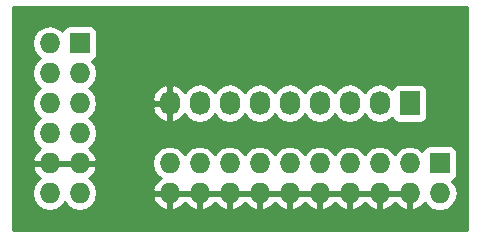
<source format=gbr>
G04 #@! TF.FileFunction,Copper,L2,Bot,Signal*
%FSLAX46Y46*%
G04 Gerber Fmt 4.6, Leading zero omitted, Abs format (unit mm)*
G04 Created by KiCad (PCBNEW 0.201512211246+6391~39~ubuntu15.04.1-stable) date Do 31 Dez 2015 10:57:25 CET*
%MOMM*%
G01*
G04 APERTURE LIST*
%ADD10C,0.100000*%
%ADD11R,1.727200X1.727200*%
%ADD12O,1.727200X1.727200*%
%ADD13R,1.727200X2.032000*%
%ADD14O,1.727200X2.032000*%
%ADD15C,0.254000*%
G04 APERTURE END LIST*
D10*
D11*
X165100000Y-110490000D03*
D12*
X165100000Y-113030000D03*
X162560000Y-110490000D03*
X162560000Y-113030000D03*
X160020000Y-110490000D03*
X160020000Y-113030000D03*
X157480000Y-110490000D03*
X157480000Y-113030000D03*
X154940000Y-110490000D03*
X154940000Y-113030000D03*
X152400000Y-110490000D03*
X152400000Y-113030000D03*
X149860000Y-110490000D03*
X149860000Y-113030000D03*
X147320000Y-110490000D03*
X147320000Y-113030000D03*
X144780000Y-110490000D03*
X144780000Y-113030000D03*
X142240000Y-110490000D03*
X142240000Y-113030000D03*
D13*
X162560000Y-105410000D03*
D14*
X160020000Y-105410000D03*
X157480000Y-105410000D03*
X154940000Y-105410000D03*
X152400000Y-105410000D03*
X149860000Y-105410000D03*
X147320000Y-105410000D03*
X144780000Y-105410000D03*
X142240000Y-105410000D03*
D11*
X134620000Y-100330000D03*
D12*
X132080000Y-100330000D03*
X134620000Y-102870000D03*
X132080000Y-102870000D03*
X134620000Y-105410000D03*
X132080000Y-105410000D03*
X134620000Y-107950000D03*
X132080000Y-107950000D03*
X134620000Y-110490000D03*
X132080000Y-110490000D03*
X134620000Y-113030000D03*
X132080000Y-113030000D03*
D15*
G36*
X167438000Y-116130000D02*
X128980000Y-116130000D01*
X128980000Y-113000641D01*
X130581400Y-113000641D01*
X130581400Y-113059359D01*
X130695474Y-113632848D01*
X131020330Y-114119029D01*
X131506511Y-114443885D01*
X132080000Y-114557959D01*
X132653489Y-114443885D01*
X133139670Y-114119029D01*
X133350000Y-113804248D01*
X133560330Y-114119029D01*
X134046511Y-114443885D01*
X134620000Y-114557959D01*
X135193489Y-114443885D01*
X135679670Y-114119029D01*
X136004526Y-113632848D01*
X136053025Y-113389026D01*
X140785042Y-113389026D01*
X140957312Y-113804947D01*
X141351510Y-114236821D01*
X141880973Y-114484968D01*
X142113000Y-114364469D01*
X142113000Y-113157000D01*
X142367000Y-113157000D01*
X142367000Y-114364469D01*
X142599027Y-114484968D01*
X143128490Y-114236821D01*
X143510000Y-113818848D01*
X143891510Y-114236821D01*
X144420973Y-114484968D01*
X144653000Y-114364469D01*
X144653000Y-113157000D01*
X144907000Y-113157000D01*
X144907000Y-114364469D01*
X145139027Y-114484968D01*
X145668490Y-114236821D01*
X146050000Y-113818848D01*
X146431510Y-114236821D01*
X146960973Y-114484968D01*
X147193000Y-114364469D01*
X147193000Y-113157000D01*
X147447000Y-113157000D01*
X147447000Y-114364469D01*
X147679027Y-114484968D01*
X148208490Y-114236821D01*
X148590000Y-113818848D01*
X148971510Y-114236821D01*
X149500973Y-114484968D01*
X149733000Y-114364469D01*
X149733000Y-113157000D01*
X149987000Y-113157000D01*
X149987000Y-114364469D01*
X150219027Y-114484968D01*
X150748490Y-114236821D01*
X151130000Y-113818848D01*
X151511510Y-114236821D01*
X152040973Y-114484968D01*
X152273000Y-114364469D01*
X152273000Y-113157000D01*
X152527000Y-113157000D01*
X152527000Y-114364469D01*
X152759027Y-114484968D01*
X153288490Y-114236821D01*
X153670000Y-113818848D01*
X154051510Y-114236821D01*
X154580973Y-114484968D01*
X154813000Y-114364469D01*
X154813000Y-113157000D01*
X155067000Y-113157000D01*
X155067000Y-114364469D01*
X155299027Y-114484968D01*
X155828490Y-114236821D01*
X156210000Y-113818848D01*
X156591510Y-114236821D01*
X157120973Y-114484968D01*
X157353000Y-114364469D01*
X157353000Y-113157000D01*
X157607000Y-113157000D01*
X157607000Y-114364469D01*
X157839027Y-114484968D01*
X158368490Y-114236821D01*
X158750000Y-113818848D01*
X159131510Y-114236821D01*
X159660973Y-114484968D01*
X159893000Y-114364469D01*
X159893000Y-113157000D01*
X160147000Y-113157000D01*
X160147000Y-114364469D01*
X160379027Y-114484968D01*
X160908490Y-114236821D01*
X161290000Y-113818848D01*
X161671510Y-114236821D01*
X162200973Y-114484968D01*
X162433000Y-114364469D01*
X162433000Y-113157000D01*
X160147000Y-113157000D01*
X159893000Y-113157000D01*
X157607000Y-113157000D01*
X157353000Y-113157000D01*
X155067000Y-113157000D01*
X154813000Y-113157000D01*
X152527000Y-113157000D01*
X152273000Y-113157000D01*
X149987000Y-113157000D01*
X149733000Y-113157000D01*
X147447000Y-113157000D01*
X147193000Y-113157000D01*
X144907000Y-113157000D01*
X144653000Y-113157000D01*
X142367000Y-113157000D01*
X142113000Y-113157000D01*
X140906183Y-113157000D01*
X140785042Y-113389026D01*
X136053025Y-113389026D01*
X136118600Y-113059359D01*
X136118600Y-113000641D01*
X136004526Y-112427152D01*
X135679670Y-111940971D01*
X135408839Y-111760008D01*
X135826821Y-111378490D01*
X136074968Y-110849027D01*
X135954469Y-110617000D01*
X134747000Y-110617000D01*
X134747000Y-110637000D01*
X134493000Y-110637000D01*
X134493000Y-110617000D01*
X132207000Y-110617000D01*
X132207000Y-110637000D01*
X131953000Y-110637000D01*
X131953000Y-110617000D01*
X130745531Y-110617000D01*
X130625032Y-110849027D01*
X130873179Y-111378490D01*
X131291161Y-111760008D01*
X131020330Y-111940971D01*
X130695474Y-112427152D01*
X130581400Y-113000641D01*
X128980000Y-113000641D01*
X128980000Y-110490000D01*
X140712041Y-110490000D01*
X140826115Y-111063489D01*
X141150971Y-111549670D01*
X141474228Y-111765664D01*
X141351510Y-111823179D01*
X140957312Y-112255053D01*
X140785042Y-112670974D01*
X140906183Y-112903000D01*
X142113000Y-112903000D01*
X142113000Y-112883000D01*
X142367000Y-112883000D01*
X142367000Y-112903000D01*
X144653000Y-112903000D01*
X144653000Y-112883000D01*
X144907000Y-112883000D01*
X144907000Y-112903000D01*
X147193000Y-112903000D01*
X147193000Y-112883000D01*
X147447000Y-112883000D01*
X147447000Y-112903000D01*
X149733000Y-112903000D01*
X149733000Y-112883000D01*
X149987000Y-112883000D01*
X149987000Y-112903000D01*
X152273000Y-112903000D01*
X152273000Y-112883000D01*
X152527000Y-112883000D01*
X152527000Y-112903000D01*
X154813000Y-112903000D01*
X154813000Y-112883000D01*
X155067000Y-112883000D01*
X155067000Y-112903000D01*
X157353000Y-112903000D01*
X157353000Y-112883000D01*
X157607000Y-112883000D01*
X157607000Y-112903000D01*
X159893000Y-112903000D01*
X159893000Y-112883000D01*
X160147000Y-112883000D01*
X160147000Y-112903000D01*
X162433000Y-112903000D01*
X162433000Y-112883000D01*
X162687000Y-112883000D01*
X162687000Y-112903000D01*
X162707000Y-112903000D01*
X162707000Y-113157000D01*
X162687000Y-113157000D01*
X162687000Y-114364469D01*
X162919027Y-114484968D01*
X163448490Y-114236821D01*
X163830008Y-113818839D01*
X164010971Y-114089670D01*
X164497152Y-114414526D01*
X165070641Y-114528600D01*
X165129359Y-114528600D01*
X165702848Y-114414526D01*
X166189029Y-114089670D01*
X166513885Y-113603489D01*
X166627959Y-113030000D01*
X166513885Y-112456511D01*
X166189029Y-111970330D01*
X166175358Y-111961195D01*
X166198917Y-111956762D01*
X166415041Y-111817690D01*
X166560031Y-111605490D01*
X166611040Y-111353600D01*
X166611040Y-109626400D01*
X166566762Y-109391083D01*
X166427690Y-109174959D01*
X166215490Y-109029969D01*
X165963600Y-108978960D01*
X164236400Y-108978960D01*
X164001083Y-109023238D01*
X163784959Y-109162310D01*
X163639969Y-109374510D01*
X163631092Y-109418345D01*
X163162848Y-109105474D01*
X162589359Y-108991400D01*
X162530641Y-108991400D01*
X161957152Y-109105474D01*
X161470971Y-109430330D01*
X161290000Y-109701172D01*
X161109029Y-109430330D01*
X160622848Y-109105474D01*
X160049359Y-108991400D01*
X159990641Y-108991400D01*
X159417152Y-109105474D01*
X158930971Y-109430330D01*
X158750000Y-109701172D01*
X158569029Y-109430330D01*
X158082848Y-109105474D01*
X157509359Y-108991400D01*
X157450641Y-108991400D01*
X156877152Y-109105474D01*
X156390971Y-109430330D01*
X156210000Y-109701172D01*
X156029029Y-109430330D01*
X155542848Y-109105474D01*
X154969359Y-108991400D01*
X154910641Y-108991400D01*
X154337152Y-109105474D01*
X153850971Y-109430330D01*
X153670000Y-109701172D01*
X153489029Y-109430330D01*
X153002848Y-109105474D01*
X152429359Y-108991400D01*
X152370641Y-108991400D01*
X151797152Y-109105474D01*
X151310971Y-109430330D01*
X151130000Y-109701172D01*
X150949029Y-109430330D01*
X150462848Y-109105474D01*
X149889359Y-108991400D01*
X149830641Y-108991400D01*
X149257152Y-109105474D01*
X148770971Y-109430330D01*
X148590000Y-109701172D01*
X148409029Y-109430330D01*
X147922848Y-109105474D01*
X147349359Y-108991400D01*
X147290641Y-108991400D01*
X146717152Y-109105474D01*
X146230971Y-109430330D01*
X146050000Y-109701172D01*
X145869029Y-109430330D01*
X145382848Y-109105474D01*
X144809359Y-108991400D01*
X144750641Y-108991400D01*
X144177152Y-109105474D01*
X143690971Y-109430330D01*
X143510000Y-109701172D01*
X143329029Y-109430330D01*
X142842848Y-109105474D01*
X142269359Y-108991400D01*
X142210641Y-108991400D01*
X141637152Y-109105474D01*
X141150971Y-109430330D01*
X140826115Y-109916511D01*
X140712041Y-110490000D01*
X128980000Y-110490000D01*
X128980000Y-100300641D01*
X130581400Y-100300641D01*
X130581400Y-100359359D01*
X130695474Y-100932848D01*
X131020330Y-101419029D01*
X131291172Y-101600000D01*
X131020330Y-101780971D01*
X130695474Y-102267152D01*
X130581400Y-102840641D01*
X130581400Y-102899359D01*
X130695474Y-103472848D01*
X131020330Y-103959029D01*
X131291172Y-104140000D01*
X131020330Y-104320971D01*
X130695474Y-104807152D01*
X130581400Y-105380641D01*
X130581400Y-105439359D01*
X130695474Y-106012848D01*
X131020330Y-106499029D01*
X131291172Y-106680000D01*
X131020330Y-106860971D01*
X130695474Y-107347152D01*
X130581400Y-107920641D01*
X130581400Y-107979359D01*
X130695474Y-108552848D01*
X131020330Y-109039029D01*
X131291161Y-109219992D01*
X130873179Y-109601510D01*
X130625032Y-110130973D01*
X130745531Y-110363000D01*
X131953000Y-110363000D01*
X131953000Y-110343000D01*
X132207000Y-110343000D01*
X132207000Y-110363000D01*
X134493000Y-110363000D01*
X134493000Y-110343000D01*
X134747000Y-110343000D01*
X134747000Y-110363000D01*
X135954469Y-110363000D01*
X136074968Y-110130973D01*
X135826821Y-109601510D01*
X135408839Y-109219992D01*
X135679670Y-109039029D01*
X136004526Y-108552848D01*
X136118600Y-107979359D01*
X136118600Y-107920641D01*
X136004526Y-107347152D01*
X135679670Y-106860971D01*
X135408828Y-106680000D01*
X135679670Y-106499029D01*
X136004526Y-106012848D01*
X136052450Y-105771913D01*
X140754816Y-105771913D01*
X140948046Y-106324320D01*
X141337964Y-106760732D01*
X141865209Y-107014709D01*
X141880974Y-107017358D01*
X142113000Y-106896217D01*
X142113000Y-105537000D01*
X140899076Y-105537000D01*
X140754816Y-105771913D01*
X136052450Y-105771913D01*
X136118600Y-105439359D01*
X136118600Y-105380641D01*
X136052451Y-105048087D01*
X140754816Y-105048087D01*
X140899076Y-105283000D01*
X142113000Y-105283000D01*
X142113000Y-103923783D01*
X142367000Y-103923783D01*
X142367000Y-105283000D01*
X142387000Y-105283000D01*
X142387000Y-105537000D01*
X142367000Y-105537000D01*
X142367000Y-106896217D01*
X142599026Y-107017358D01*
X142614791Y-107014709D01*
X143142036Y-106760732D01*
X143513539Y-106344931D01*
X143720330Y-106654415D01*
X144206511Y-106979271D01*
X144780000Y-107093345D01*
X145353489Y-106979271D01*
X145839670Y-106654415D01*
X146050000Y-106339634D01*
X146260330Y-106654415D01*
X146746511Y-106979271D01*
X147320000Y-107093345D01*
X147893489Y-106979271D01*
X148379670Y-106654415D01*
X148590000Y-106339634D01*
X148800330Y-106654415D01*
X149286511Y-106979271D01*
X149860000Y-107093345D01*
X150433489Y-106979271D01*
X150919670Y-106654415D01*
X151130000Y-106339634D01*
X151340330Y-106654415D01*
X151826511Y-106979271D01*
X152400000Y-107093345D01*
X152973489Y-106979271D01*
X153459670Y-106654415D01*
X153670000Y-106339634D01*
X153880330Y-106654415D01*
X154366511Y-106979271D01*
X154940000Y-107093345D01*
X155513489Y-106979271D01*
X155999670Y-106654415D01*
X156210000Y-106339634D01*
X156420330Y-106654415D01*
X156906511Y-106979271D01*
X157480000Y-107093345D01*
X158053489Y-106979271D01*
X158539670Y-106654415D01*
X158750000Y-106339634D01*
X158960330Y-106654415D01*
X159446511Y-106979271D01*
X160020000Y-107093345D01*
X160593489Y-106979271D01*
X161079670Y-106654415D01*
X161089243Y-106640087D01*
X161093238Y-106661317D01*
X161232310Y-106877441D01*
X161444510Y-107022431D01*
X161696400Y-107073440D01*
X163423600Y-107073440D01*
X163658917Y-107029162D01*
X163875041Y-106890090D01*
X164020031Y-106677890D01*
X164071040Y-106426000D01*
X164071040Y-104394000D01*
X164026762Y-104158683D01*
X163887690Y-103942559D01*
X163675490Y-103797569D01*
X163423600Y-103746560D01*
X161696400Y-103746560D01*
X161461083Y-103790838D01*
X161244959Y-103929910D01*
X161099969Y-104142110D01*
X161091600Y-104183439D01*
X161079670Y-104165585D01*
X160593489Y-103840729D01*
X160020000Y-103726655D01*
X159446511Y-103840729D01*
X158960330Y-104165585D01*
X158750000Y-104480366D01*
X158539670Y-104165585D01*
X158053489Y-103840729D01*
X157480000Y-103726655D01*
X156906511Y-103840729D01*
X156420330Y-104165585D01*
X156210000Y-104480366D01*
X155999670Y-104165585D01*
X155513489Y-103840729D01*
X154940000Y-103726655D01*
X154366511Y-103840729D01*
X153880330Y-104165585D01*
X153670000Y-104480366D01*
X153459670Y-104165585D01*
X152973489Y-103840729D01*
X152400000Y-103726655D01*
X151826511Y-103840729D01*
X151340330Y-104165585D01*
X151130000Y-104480366D01*
X150919670Y-104165585D01*
X150433489Y-103840729D01*
X149860000Y-103726655D01*
X149286511Y-103840729D01*
X148800330Y-104165585D01*
X148590000Y-104480366D01*
X148379670Y-104165585D01*
X147893489Y-103840729D01*
X147320000Y-103726655D01*
X146746511Y-103840729D01*
X146260330Y-104165585D01*
X146050000Y-104480366D01*
X145839670Y-104165585D01*
X145353489Y-103840729D01*
X144780000Y-103726655D01*
X144206511Y-103840729D01*
X143720330Y-104165585D01*
X143513539Y-104475069D01*
X143142036Y-104059268D01*
X142614791Y-103805291D01*
X142599026Y-103802642D01*
X142367000Y-103923783D01*
X142113000Y-103923783D01*
X141880974Y-103802642D01*
X141865209Y-103805291D01*
X141337964Y-104059268D01*
X140948046Y-104495680D01*
X140754816Y-105048087D01*
X136052451Y-105048087D01*
X136004526Y-104807152D01*
X135679670Y-104320971D01*
X135408828Y-104140000D01*
X135679670Y-103959029D01*
X136004526Y-103472848D01*
X136118600Y-102899359D01*
X136118600Y-102840641D01*
X136004526Y-102267152D01*
X135693426Y-101801558D01*
X135718917Y-101796762D01*
X135935041Y-101657690D01*
X136080031Y-101445490D01*
X136131040Y-101193600D01*
X136131040Y-99466400D01*
X136086762Y-99231083D01*
X135947690Y-99014959D01*
X135735490Y-98869969D01*
X135483600Y-98818960D01*
X133756400Y-98818960D01*
X133521083Y-98863238D01*
X133304959Y-99002310D01*
X133159969Y-99214510D01*
X133151136Y-99258131D01*
X133139670Y-99240971D01*
X132653489Y-98916115D01*
X132080000Y-98802041D01*
X131506511Y-98916115D01*
X131020330Y-99240971D01*
X130695474Y-99727152D01*
X130581400Y-100300641D01*
X128980000Y-100300641D01*
X128980000Y-97230000D01*
X167438000Y-97230000D01*
X167438000Y-116130000D01*
X167438000Y-116130000D01*
G37*
X167438000Y-116130000D02*
X128980000Y-116130000D01*
X128980000Y-113000641D01*
X130581400Y-113000641D01*
X130581400Y-113059359D01*
X130695474Y-113632848D01*
X131020330Y-114119029D01*
X131506511Y-114443885D01*
X132080000Y-114557959D01*
X132653489Y-114443885D01*
X133139670Y-114119029D01*
X133350000Y-113804248D01*
X133560330Y-114119029D01*
X134046511Y-114443885D01*
X134620000Y-114557959D01*
X135193489Y-114443885D01*
X135679670Y-114119029D01*
X136004526Y-113632848D01*
X136053025Y-113389026D01*
X140785042Y-113389026D01*
X140957312Y-113804947D01*
X141351510Y-114236821D01*
X141880973Y-114484968D01*
X142113000Y-114364469D01*
X142113000Y-113157000D01*
X142367000Y-113157000D01*
X142367000Y-114364469D01*
X142599027Y-114484968D01*
X143128490Y-114236821D01*
X143510000Y-113818848D01*
X143891510Y-114236821D01*
X144420973Y-114484968D01*
X144653000Y-114364469D01*
X144653000Y-113157000D01*
X144907000Y-113157000D01*
X144907000Y-114364469D01*
X145139027Y-114484968D01*
X145668490Y-114236821D01*
X146050000Y-113818848D01*
X146431510Y-114236821D01*
X146960973Y-114484968D01*
X147193000Y-114364469D01*
X147193000Y-113157000D01*
X147447000Y-113157000D01*
X147447000Y-114364469D01*
X147679027Y-114484968D01*
X148208490Y-114236821D01*
X148590000Y-113818848D01*
X148971510Y-114236821D01*
X149500973Y-114484968D01*
X149733000Y-114364469D01*
X149733000Y-113157000D01*
X149987000Y-113157000D01*
X149987000Y-114364469D01*
X150219027Y-114484968D01*
X150748490Y-114236821D01*
X151130000Y-113818848D01*
X151511510Y-114236821D01*
X152040973Y-114484968D01*
X152273000Y-114364469D01*
X152273000Y-113157000D01*
X152527000Y-113157000D01*
X152527000Y-114364469D01*
X152759027Y-114484968D01*
X153288490Y-114236821D01*
X153670000Y-113818848D01*
X154051510Y-114236821D01*
X154580973Y-114484968D01*
X154813000Y-114364469D01*
X154813000Y-113157000D01*
X155067000Y-113157000D01*
X155067000Y-114364469D01*
X155299027Y-114484968D01*
X155828490Y-114236821D01*
X156210000Y-113818848D01*
X156591510Y-114236821D01*
X157120973Y-114484968D01*
X157353000Y-114364469D01*
X157353000Y-113157000D01*
X157607000Y-113157000D01*
X157607000Y-114364469D01*
X157839027Y-114484968D01*
X158368490Y-114236821D01*
X158750000Y-113818848D01*
X159131510Y-114236821D01*
X159660973Y-114484968D01*
X159893000Y-114364469D01*
X159893000Y-113157000D01*
X160147000Y-113157000D01*
X160147000Y-114364469D01*
X160379027Y-114484968D01*
X160908490Y-114236821D01*
X161290000Y-113818848D01*
X161671510Y-114236821D01*
X162200973Y-114484968D01*
X162433000Y-114364469D01*
X162433000Y-113157000D01*
X160147000Y-113157000D01*
X159893000Y-113157000D01*
X157607000Y-113157000D01*
X157353000Y-113157000D01*
X155067000Y-113157000D01*
X154813000Y-113157000D01*
X152527000Y-113157000D01*
X152273000Y-113157000D01*
X149987000Y-113157000D01*
X149733000Y-113157000D01*
X147447000Y-113157000D01*
X147193000Y-113157000D01*
X144907000Y-113157000D01*
X144653000Y-113157000D01*
X142367000Y-113157000D01*
X142113000Y-113157000D01*
X140906183Y-113157000D01*
X140785042Y-113389026D01*
X136053025Y-113389026D01*
X136118600Y-113059359D01*
X136118600Y-113000641D01*
X136004526Y-112427152D01*
X135679670Y-111940971D01*
X135408839Y-111760008D01*
X135826821Y-111378490D01*
X136074968Y-110849027D01*
X135954469Y-110617000D01*
X134747000Y-110617000D01*
X134747000Y-110637000D01*
X134493000Y-110637000D01*
X134493000Y-110617000D01*
X132207000Y-110617000D01*
X132207000Y-110637000D01*
X131953000Y-110637000D01*
X131953000Y-110617000D01*
X130745531Y-110617000D01*
X130625032Y-110849027D01*
X130873179Y-111378490D01*
X131291161Y-111760008D01*
X131020330Y-111940971D01*
X130695474Y-112427152D01*
X130581400Y-113000641D01*
X128980000Y-113000641D01*
X128980000Y-110490000D01*
X140712041Y-110490000D01*
X140826115Y-111063489D01*
X141150971Y-111549670D01*
X141474228Y-111765664D01*
X141351510Y-111823179D01*
X140957312Y-112255053D01*
X140785042Y-112670974D01*
X140906183Y-112903000D01*
X142113000Y-112903000D01*
X142113000Y-112883000D01*
X142367000Y-112883000D01*
X142367000Y-112903000D01*
X144653000Y-112903000D01*
X144653000Y-112883000D01*
X144907000Y-112883000D01*
X144907000Y-112903000D01*
X147193000Y-112903000D01*
X147193000Y-112883000D01*
X147447000Y-112883000D01*
X147447000Y-112903000D01*
X149733000Y-112903000D01*
X149733000Y-112883000D01*
X149987000Y-112883000D01*
X149987000Y-112903000D01*
X152273000Y-112903000D01*
X152273000Y-112883000D01*
X152527000Y-112883000D01*
X152527000Y-112903000D01*
X154813000Y-112903000D01*
X154813000Y-112883000D01*
X155067000Y-112883000D01*
X155067000Y-112903000D01*
X157353000Y-112903000D01*
X157353000Y-112883000D01*
X157607000Y-112883000D01*
X157607000Y-112903000D01*
X159893000Y-112903000D01*
X159893000Y-112883000D01*
X160147000Y-112883000D01*
X160147000Y-112903000D01*
X162433000Y-112903000D01*
X162433000Y-112883000D01*
X162687000Y-112883000D01*
X162687000Y-112903000D01*
X162707000Y-112903000D01*
X162707000Y-113157000D01*
X162687000Y-113157000D01*
X162687000Y-114364469D01*
X162919027Y-114484968D01*
X163448490Y-114236821D01*
X163830008Y-113818839D01*
X164010971Y-114089670D01*
X164497152Y-114414526D01*
X165070641Y-114528600D01*
X165129359Y-114528600D01*
X165702848Y-114414526D01*
X166189029Y-114089670D01*
X166513885Y-113603489D01*
X166627959Y-113030000D01*
X166513885Y-112456511D01*
X166189029Y-111970330D01*
X166175358Y-111961195D01*
X166198917Y-111956762D01*
X166415041Y-111817690D01*
X166560031Y-111605490D01*
X166611040Y-111353600D01*
X166611040Y-109626400D01*
X166566762Y-109391083D01*
X166427690Y-109174959D01*
X166215490Y-109029969D01*
X165963600Y-108978960D01*
X164236400Y-108978960D01*
X164001083Y-109023238D01*
X163784959Y-109162310D01*
X163639969Y-109374510D01*
X163631092Y-109418345D01*
X163162848Y-109105474D01*
X162589359Y-108991400D01*
X162530641Y-108991400D01*
X161957152Y-109105474D01*
X161470971Y-109430330D01*
X161290000Y-109701172D01*
X161109029Y-109430330D01*
X160622848Y-109105474D01*
X160049359Y-108991400D01*
X159990641Y-108991400D01*
X159417152Y-109105474D01*
X158930971Y-109430330D01*
X158750000Y-109701172D01*
X158569029Y-109430330D01*
X158082848Y-109105474D01*
X157509359Y-108991400D01*
X157450641Y-108991400D01*
X156877152Y-109105474D01*
X156390971Y-109430330D01*
X156210000Y-109701172D01*
X156029029Y-109430330D01*
X155542848Y-109105474D01*
X154969359Y-108991400D01*
X154910641Y-108991400D01*
X154337152Y-109105474D01*
X153850971Y-109430330D01*
X153670000Y-109701172D01*
X153489029Y-109430330D01*
X153002848Y-109105474D01*
X152429359Y-108991400D01*
X152370641Y-108991400D01*
X151797152Y-109105474D01*
X151310971Y-109430330D01*
X151130000Y-109701172D01*
X150949029Y-109430330D01*
X150462848Y-109105474D01*
X149889359Y-108991400D01*
X149830641Y-108991400D01*
X149257152Y-109105474D01*
X148770971Y-109430330D01*
X148590000Y-109701172D01*
X148409029Y-109430330D01*
X147922848Y-109105474D01*
X147349359Y-108991400D01*
X147290641Y-108991400D01*
X146717152Y-109105474D01*
X146230971Y-109430330D01*
X146050000Y-109701172D01*
X145869029Y-109430330D01*
X145382848Y-109105474D01*
X144809359Y-108991400D01*
X144750641Y-108991400D01*
X144177152Y-109105474D01*
X143690971Y-109430330D01*
X143510000Y-109701172D01*
X143329029Y-109430330D01*
X142842848Y-109105474D01*
X142269359Y-108991400D01*
X142210641Y-108991400D01*
X141637152Y-109105474D01*
X141150971Y-109430330D01*
X140826115Y-109916511D01*
X140712041Y-110490000D01*
X128980000Y-110490000D01*
X128980000Y-100300641D01*
X130581400Y-100300641D01*
X130581400Y-100359359D01*
X130695474Y-100932848D01*
X131020330Y-101419029D01*
X131291172Y-101600000D01*
X131020330Y-101780971D01*
X130695474Y-102267152D01*
X130581400Y-102840641D01*
X130581400Y-102899359D01*
X130695474Y-103472848D01*
X131020330Y-103959029D01*
X131291172Y-104140000D01*
X131020330Y-104320971D01*
X130695474Y-104807152D01*
X130581400Y-105380641D01*
X130581400Y-105439359D01*
X130695474Y-106012848D01*
X131020330Y-106499029D01*
X131291172Y-106680000D01*
X131020330Y-106860971D01*
X130695474Y-107347152D01*
X130581400Y-107920641D01*
X130581400Y-107979359D01*
X130695474Y-108552848D01*
X131020330Y-109039029D01*
X131291161Y-109219992D01*
X130873179Y-109601510D01*
X130625032Y-110130973D01*
X130745531Y-110363000D01*
X131953000Y-110363000D01*
X131953000Y-110343000D01*
X132207000Y-110343000D01*
X132207000Y-110363000D01*
X134493000Y-110363000D01*
X134493000Y-110343000D01*
X134747000Y-110343000D01*
X134747000Y-110363000D01*
X135954469Y-110363000D01*
X136074968Y-110130973D01*
X135826821Y-109601510D01*
X135408839Y-109219992D01*
X135679670Y-109039029D01*
X136004526Y-108552848D01*
X136118600Y-107979359D01*
X136118600Y-107920641D01*
X136004526Y-107347152D01*
X135679670Y-106860971D01*
X135408828Y-106680000D01*
X135679670Y-106499029D01*
X136004526Y-106012848D01*
X136052450Y-105771913D01*
X140754816Y-105771913D01*
X140948046Y-106324320D01*
X141337964Y-106760732D01*
X141865209Y-107014709D01*
X141880974Y-107017358D01*
X142113000Y-106896217D01*
X142113000Y-105537000D01*
X140899076Y-105537000D01*
X140754816Y-105771913D01*
X136052450Y-105771913D01*
X136118600Y-105439359D01*
X136118600Y-105380641D01*
X136052451Y-105048087D01*
X140754816Y-105048087D01*
X140899076Y-105283000D01*
X142113000Y-105283000D01*
X142113000Y-103923783D01*
X142367000Y-103923783D01*
X142367000Y-105283000D01*
X142387000Y-105283000D01*
X142387000Y-105537000D01*
X142367000Y-105537000D01*
X142367000Y-106896217D01*
X142599026Y-107017358D01*
X142614791Y-107014709D01*
X143142036Y-106760732D01*
X143513539Y-106344931D01*
X143720330Y-106654415D01*
X144206511Y-106979271D01*
X144780000Y-107093345D01*
X145353489Y-106979271D01*
X145839670Y-106654415D01*
X146050000Y-106339634D01*
X146260330Y-106654415D01*
X146746511Y-106979271D01*
X147320000Y-107093345D01*
X147893489Y-106979271D01*
X148379670Y-106654415D01*
X148590000Y-106339634D01*
X148800330Y-106654415D01*
X149286511Y-106979271D01*
X149860000Y-107093345D01*
X150433489Y-106979271D01*
X150919670Y-106654415D01*
X151130000Y-106339634D01*
X151340330Y-106654415D01*
X151826511Y-106979271D01*
X152400000Y-107093345D01*
X152973489Y-106979271D01*
X153459670Y-106654415D01*
X153670000Y-106339634D01*
X153880330Y-106654415D01*
X154366511Y-106979271D01*
X154940000Y-107093345D01*
X155513489Y-106979271D01*
X155999670Y-106654415D01*
X156210000Y-106339634D01*
X156420330Y-106654415D01*
X156906511Y-106979271D01*
X157480000Y-107093345D01*
X158053489Y-106979271D01*
X158539670Y-106654415D01*
X158750000Y-106339634D01*
X158960330Y-106654415D01*
X159446511Y-106979271D01*
X160020000Y-107093345D01*
X160593489Y-106979271D01*
X161079670Y-106654415D01*
X161089243Y-106640087D01*
X161093238Y-106661317D01*
X161232310Y-106877441D01*
X161444510Y-107022431D01*
X161696400Y-107073440D01*
X163423600Y-107073440D01*
X163658917Y-107029162D01*
X163875041Y-106890090D01*
X164020031Y-106677890D01*
X164071040Y-106426000D01*
X164071040Y-104394000D01*
X164026762Y-104158683D01*
X163887690Y-103942559D01*
X163675490Y-103797569D01*
X163423600Y-103746560D01*
X161696400Y-103746560D01*
X161461083Y-103790838D01*
X161244959Y-103929910D01*
X161099969Y-104142110D01*
X161091600Y-104183439D01*
X161079670Y-104165585D01*
X160593489Y-103840729D01*
X160020000Y-103726655D01*
X159446511Y-103840729D01*
X158960330Y-104165585D01*
X158750000Y-104480366D01*
X158539670Y-104165585D01*
X158053489Y-103840729D01*
X157480000Y-103726655D01*
X156906511Y-103840729D01*
X156420330Y-104165585D01*
X156210000Y-104480366D01*
X155999670Y-104165585D01*
X155513489Y-103840729D01*
X154940000Y-103726655D01*
X154366511Y-103840729D01*
X153880330Y-104165585D01*
X153670000Y-104480366D01*
X153459670Y-104165585D01*
X152973489Y-103840729D01*
X152400000Y-103726655D01*
X151826511Y-103840729D01*
X151340330Y-104165585D01*
X151130000Y-104480366D01*
X150919670Y-104165585D01*
X150433489Y-103840729D01*
X149860000Y-103726655D01*
X149286511Y-103840729D01*
X148800330Y-104165585D01*
X148590000Y-104480366D01*
X148379670Y-104165585D01*
X147893489Y-103840729D01*
X147320000Y-103726655D01*
X146746511Y-103840729D01*
X146260330Y-104165585D01*
X146050000Y-104480366D01*
X145839670Y-104165585D01*
X145353489Y-103840729D01*
X144780000Y-103726655D01*
X144206511Y-103840729D01*
X143720330Y-104165585D01*
X143513539Y-104475069D01*
X143142036Y-104059268D01*
X142614791Y-103805291D01*
X142599026Y-103802642D01*
X142367000Y-103923783D01*
X142113000Y-103923783D01*
X141880974Y-103802642D01*
X141865209Y-103805291D01*
X141337964Y-104059268D01*
X140948046Y-104495680D01*
X140754816Y-105048087D01*
X136052451Y-105048087D01*
X136004526Y-104807152D01*
X135679670Y-104320971D01*
X135408828Y-104140000D01*
X135679670Y-103959029D01*
X136004526Y-103472848D01*
X136118600Y-102899359D01*
X136118600Y-102840641D01*
X136004526Y-102267152D01*
X135693426Y-101801558D01*
X135718917Y-101796762D01*
X135935041Y-101657690D01*
X136080031Y-101445490D01*
X136131040Y-101193600D01*
X136131040Y-99466400D01*
X136086762Y-99231083D01*
X135947690Y-99014959D01*
X135735490Y-98869969D01*
X135483600Y-98818960D01*
X133756400Y-98818960D01*
X133521083Y-98863238D01*
X133304959Y-99002310D01*
X133159969Y-99214510D01*
X133151136Y-99258131D01*
X133139670Y-99240971D01*
X132653489Y-98916115D01*
X132080000Y-98802041D01*
X131506511Y-98916115D01*
X131020330Y-99240971D01*
X130695474Y-99727152D01*
X130581400Y-100300641D01*
X128980000Y-100300641D01*
X128980000Y-97230000D01*
X167438000Y-97230000D01*
X167438000Y-116130000D01*
M02*

</source>
